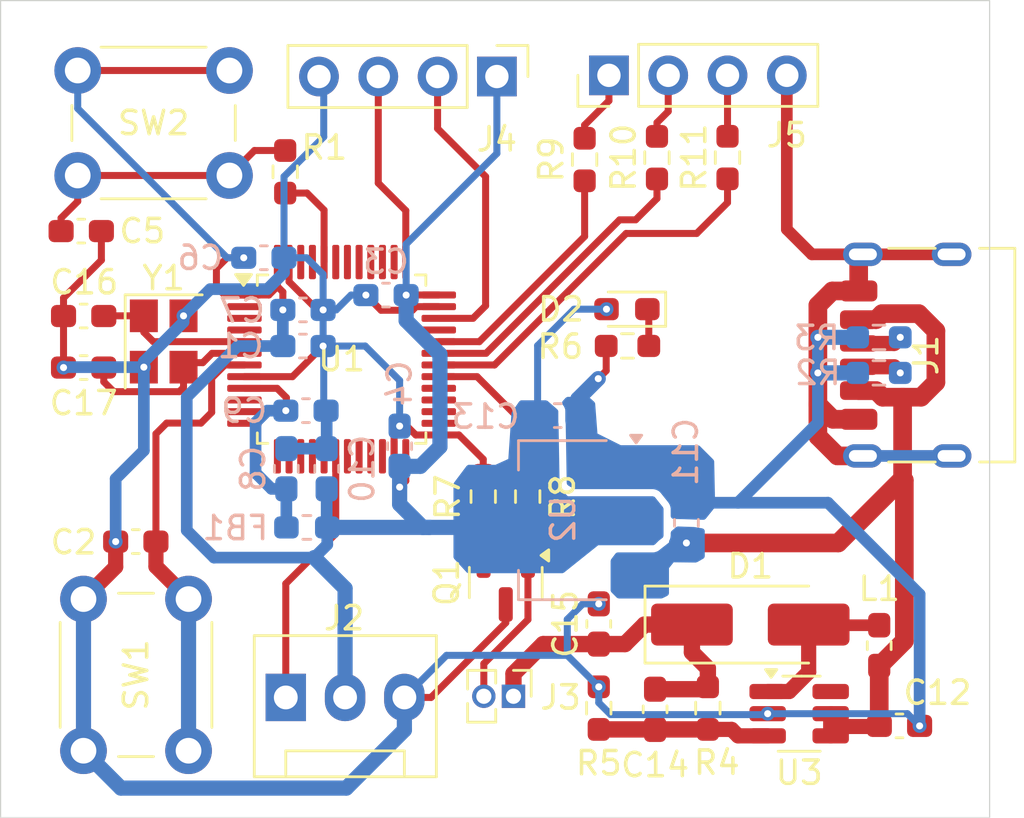
<source format=kicad_pcb>
(kicad_pcb (version 20240108) (generator "pcbnew") (generator_version "8.0")
  (layers (0 "F.Cu" signal) (31 "B.Cu" signal) (34 "B.Paste" user) (35 "F.Paste" user) (36 "B.SilkS" user "B.Silkscreen") (37 "F.SilkS" user "F.Silkscreen") (38 "B.Mask" user) (39 "F.Mask" user) (44 "Edge.Cuts" user))
  (net 0 "")
  (net 1 "GND")
  (net 2 "+3.3V")
  (net 3 "Net-(U1-NRST)")
  (net 4 "Net-(C5-Pad1)")
  (net 5 "+3.3VA")
  (net 6 "VBUS")
  (net 7 "Net-(U3-FB)")
  (net 8 "Net-(D1-K)")
  (net 9 "HSE_IN")
  (net 10 "HSE_OUT")
  (net 11 "Net-(D1-A)")
  (net 12 "Net-(D2-K)")
  (net 13 "Net-(J1-CC1)")
  (net 14 "Net-(J1-CC2)")
  (net 15 "WATER_LEVEL")
  (net 16 "Net-(J3-Pin_2)")
  (net 17 "SWDIO")
  (net 18 "SWCLK")
  (net 19 "Net-(J5-Pin_3)")
  (net 20 "Net-(J5-Pin_2)")
  (net 21 "Net-(J5-Pin_1)")
  (net 22 "Net-(Q1-G)")
  (net 23 "Net-(U1-BOOT0)")
  (net 24 "Water Atomizer")
  (net 25 "R")
  (net 26 "G")
  (net 27 "B")
  (footprint "Resistor_SMD:R_0603_1608Metric_Pad0.98x0.95mm_HandSolder" (layer "F.Cu") (at 155.0924 61.6185 90)
    (property "Reference" "R11")
    (property "Value" "200" (hide yes))
  )
  (footprint "Connector:FanPinHeader_1x03_P2.54mm_Vertical" (layer "F.Cu") (at 136.1694 84.7598)
    (property "Reference" "J2")
    (property "Value" "WaterLevel" (hide yes))
  )
  (footprint "Resistor_SMD:R_0603_1608Metric_Pad0.98x0.95mm_HandSolder" (layer "F.Cu") (at 152.0698 61.6227 90)
    (property "Reference" "R10")
    (property "Value" "200" (hide yes))
  )
  (footprint "Connector_PinHeader_2.54mm:PinHeader_1x04_P2.54mm_Vertical" (layer "F.Cu") (at 150.0124 58.094 90)
    (property "Reference" "J5")
    (property "Value" "RGB" (hide yes))
  )
  (footprint "Resistor_SMD:R_0603_1608Metric_Pad0.98x0.95mm_HandSolder" (layer "F.Cu") (at 154.2504 85.217 90)
    (property "Reference" "R4")
    (property "Value" "390k" (hide yes))
  )
  (footprint "Package_TO_SOT_SMD:SOT-23" (layer "F.Cu") (at 145.5928 79.8345 -90)
    (property "Reference" "Q1")
    (property "Value" "NMOS" (hide yes))
  )
  (footprint "Capacitor_SMD:C_0603_1608Metric_Pad1.08x0.95mm_HandSolder" (layer "F.Cu") (at 149.5768 81.6102 90)
    (property "Reference" "C15")
    (property "Value" "22u" (hide yes))
  )
  (footprint "Button_Switch_THT:SW_PUSH_6mm" (layer "F.Cu") (at 127.5038 87.0434 90)
    (property "Reference" "SW1")
    (property "Value" "SW_Push" (hide yes))
  )
  (footprint "Resistor_SMD:R_0603_1608Metric_Pad0.98x0.95mm_HandSolder" (layer "F.Cu") (at 149.5768 85.217 -90)
    (property "Reference" "R5")
    (property "Value" "10k" (hide yes))
  )
  (footprint "Package_TO_SOT_SMD:SOT-23-6_Handsoldering" (layer "F.Cu") (at 158.162 85.4558)
    (property "Reference" "U3")
    (property "Value" "MT3608" (hide yes))
  )
  (footprint "Button_Switch_THT:SW_PUSH_6mm" (layer "F.Cu") (at 127.2564 57.8866)
    (property "Reference" "SW2")
    (property "Value" "SW_Push" (hide yes))
  )
  (footprint "Resistor_SMD:R_0603_1608Metric_Pad0.98x0.95mm_HandSolder" (layer "F.Cu") (at 144.6276 76.1492 -90)
    (property "Reference" "R7")
    (property "Value" "10k" (hide yes))
  )
  (footprint "Resistor_SMD:R_0603_1608Metric_Pad0.98x0.95mm_HandSolder" (layer "F.Cu") (at 146.5326 76.1492 90)
    (property "Reference" "R8")
    (property "Value" "120" (hide yes))
  )
  (footprint "Connector_PinHeader_2.54mm:PinHeader_1x04_P2.54mm_Vertical" (layer "F.Cu") (at 145.2118 58.1448 -90)
    (property "Reference" "J4")
    (property "Value" "SWL" (hide yes))
  )
  (footprint "Crystal:Crystal_SMD_3225-4Pin_3.2x2.5mm" (layer "F.Cu") (at 130.939 69.5022 -90)
    (property "Reference" "Y1")
    (property "Value" "16MHz" (hide yes))
  )
  (footprint "Capacitor_SMD:C_0603_1608Metric_Pad1.08x0.95mm_HandSolder" (layer "F.Cu") (at 127.5111 70.6198 180)
    (property "Reference" "C17")
    (property "Value" "10p" (hide yes))
  )
  (footprint "Capacitor_SMD:C_0603_1608Metric_Pad1.08x0.95mm_HandSolder" (layer "F.Cu") (at 127.5111 68.41 180)
    (property "Reference" "C16")
    (property "Value" "10p" (hide yes))
  )
  (footprint "Capacitor_SMD:C_0603_1608Metric_Pad1.08x0.95mm_HandSolder" (layer "F.Cu") (at 129.7443 78.0796 180)
    (property "Reference" "C2")
    (property "Value" "0.1u" (hide yes))
  )
  (footprint "Diode_SMD:D_SMA_Handsoldering" (layer "F.Cu") (at 156.0684 81.6356)
    (property "Reference" "D1")
    (property "Value" "ss34" (hide yes))
  )
  (footprint "Capacitor_SMD:C_0603_1608Metric_Pad1.08x0.95mm_HandSolder" (layer "F.Cu") (at 127.4075 64.77)
    (property "Reference" "C5")
    (property "Value" "0.1u" (hide yes))
  )
  (footprint "Inductor_SMD:L_0603_1608Metric_Pad1.05x0.95mm_HandSolder" (layer "F.Cu") (at 161.591 82.5386 90)
    (property "Reference" "L1")
    (property "Value" "22u" (hide yes))
  )
  (footprint "Connector_USB:USB_C_Receptacle_HRO_TYPE-C-31-M-17" (layer "F.Cu") (at 163.8907 70.0866 90)
    (property "Reference" "J1")
    (property "Value" "USB_C_Receptacle_PowerOnly_6P" (hide yes))
  )
  (footprint "Capacitor_SMD:C_0603_1608Metric_Pad1.08x0.95mm_HandSolder" (layer "F.Cu") (at 151.9898 85.2689 -90)
    (property "Reference" "C14")
    (property "Value" "22u" (hide yes))
  )
  (footprint "Resistor_SMD:R_0603_1608Metric_Pad0.98x0.95mm_HandSolder" (layer "F.Cu") (at 136.144 62.2281 -90)
    (property "Reference" "R1")
    (property "Value" "10k" (hide yes))
  )
  (footprint "LED_SMD:LED_0603_1608Metric_Pad1.05x0.95mm_HandSolder" (layer "F.Cu") (at 150.7827 68.1171 180)
    (property "Reference" "D2")
    (property "Value" "LED" (hide yes))
  )
  (footprint "Capacitor_SMD:C_0603_1608Metric_Pad1.08x0.95mm_HandSolder" (layer "F.Cu") (at 162.4584 85.979)
    (property "Reference" "C12")
    (property "Value" "22u" (hide yes))
  )
  (footprint "Resistor_SMD:R_0603_1608Metric_Pad0.98x0.95mm_HandSolder" (layer "F.Cu") (at 150.8074 69.6919)
    (property "Reference" "R6")
    (property "Value" "1k5" (hide yes))
  )
  (footprint "Package_QFP:LQFP-48_7x7mm_P0.5mm" (layer "F.Cu") (at 138.5601 70.259)
    (property "Reference" "U1")
    (property "Value" "STM32F103C8Tx" (hide yes))
  )
  (footprint "Resistor_SMD:R_0603_1608Metric_Pad0.98x0.95mm_HandSolder" (layer "F.Cu") (at 148.971 61.7027 90)
    (property "Reference" "R9")
    (property "Value" "200" (hide yes))
  )
  (footprint "Connector_PinHeader_1.27mm:PinHeader_1x02_P1.27mm_Vertical" (layer "F.Cu") (at 145.923 84.709 -90)
    (property "Reference" "J3")
    (property "Value" "Water Atomizer" (hide yes))
  )
  (footprint "Capacitor_SMD:C_0603_1608Metric_Pad1.08x0.95mm_HandSolder" (layer "B.Cu") (at 135.2307 65.913)
    (property "Reference" "C6")
    (property "Value" "100n" (hide yes))
  )
  (footprint "Capacitor_SMD:C_0603_1608Metric_Pad1.08x0.95mm_HandSolder" (layer "B.Cu") (at 137.9209 74.9576 90)
    (property "Reference" "C10")
    (property "Value" "1u" (hide yes))
  )
  (footprint "Capacitor_SMD:C_0603_1608Metric_Pad1.08x0.95mm_HandSolder" (layer "B.Cu") (at 136.9049 69.6976)
    (property "Reference" "C1")
    (property "Value" "4u7" (hide yes))
  )
  (footprint "Capacitor_SMD:C_0603_1608Metric_Pad1.08x0.95mm_HandSolder" (layer "B.Cu") (at 153.331 77.2758 90)
    (property "Reference" "C11")
    (property "Value" "22u" (hide yes))
  )
  (footprint "Capacitor_SMD:C_0603_1608Metric_Pad1.08x0.95mm_HandSolder" (layer "B.Cu") (at 140.4631 67.5132 180)
    (property "Reference" "C3")
    (property "Value" "100n" (hide yes))
  )
  (footprint "Capacitor_SMD:C_0603_1608Metric_Pad1.08x0.95mm_HandSolder" (layer "B.Cu") (at 147.8192 72.6784)
    (property "Reference" "C13")
    (property "Value" "22u" (hide yes))
  )
  (footprint "Resistor_SMD:R_0603_1608Metric_Pad0.98x0.95mm_HandSolder" (layer "B.Cu") (at 161.5793 69.3246 180)
    (property "Reference" "R3")
    (property "Value" "5k1" (hide yes))
  )
  (footprint "Package_TO_SOT_SMD:SOT-223-3_TabPin2" (layer "B.Cu") (at 148.0478 77.1609 180)
    (property "Reference" "U2")
    (property "Value" "LD1117S33TR_SOT223" (hide yes))
  )
  (footprint "Capacitor_SMD:C_0603_1608Metric_Pad1.08x0.95mm_HandSolder" (layer "B.Cu") (at 137.033 72.4662)
    (property "Reference" "C9")
    (property "Value" "1u" (hide yes))
  )
  (footprint "Capacitor_SMD:C_0603_1608Metric_Pad1.08x0.95mm_HandSolder" (layer "B.Cu") (at 136.906 68.1482)
    (property "Reference" "C7")
    (property "Value" "100n" (hide yes))
  )
  (footprint "Resistor_SMD:R_0603_1608Metric_Pad0.98x0.95mm_HandSolder" (layer "B.Cu") (at 161.5793 70.8486 180)
    (property "Reference" "R2")
    (property "Value" "5k1" (hide yes))
  )
  (footprint "Capacitor_SMD:C_0603_1608Metric_Pad1.08x0.95mm_HandSolder" (layer "B.Cu") (at 136.1937 74.9565 90)
    (property "Reference" "C8")
    (property "Value" "10n" (hide yes))
  )
  (footprint "Capacitor_SMD:C_0603_1608Metric_Pad1.08x0.95mm_HandSolder" (layer "B.Cu") (at 141.0462 73.9902 90)
    (property "Reference" "C4")
    (property "Value" "100n" (hide yes))
  )
  (footprint "Inductor_SMD:L_0603_1608Metric_Pad1.05x0.95mm_HandSolder" (layer "B.Cu") (at 137.0713 77.4722)
    (property "Reference" "FB1")
    (property "Value" "120R @100MHz" (hide yes))
  )
  (gr_rect (start 123.952 54.8894) (end 166.3192 89.916) (stroke (width 0.05)) (fill none) (layer "Edge.Cuts"))
  (segment (start 128.27 66.0146) (end 128.27 64.77) (width 0.3) (layer "F.Cu") (net 1))
  (segment (start 128.8818 79.1654) (end 127.5038 80.5434) (width 0.65) (layer "F.Cu") (net 1))
  (segment (start 136.3101 66.0965) (end 136.3101 66.93712) (width 0.3) (layer "F.Cu") (net 1))
  (segment (start 141.73822 73.509) (end 143.5876 73.509) (width 0.3) (layer "F.Cu") (net 1))
  (segment (start 142.7226 68.009) (end 141.749039 68.009) (width 0.3) (layer "F.Cu") (net 1))
  (segment (start 128.8818 78.0796) (end 128.8818 79.1654) (width 0.65) (layer "F.Cu") (net 1))
  (segment (start 157.6324 64.6938) (end 158.7052 65.7666) (width 0.5) (layer "F.Cu") (net 1))
  (segment (start 157.6324 58.094) (end 157.6324 64.6938) (width 0.5) (layer "F.Cu") (net 1))
  (segment (start 140.8101 73.3638) (end 141.0462 73.1277) (width 0.3) (layer "F.Cu") (net 1))
  (segment (start 136.456 71.009) (end 137.7674 69.6976) (width 0.3) (layer "F.Cu") (net 1))
  (segment (start 140.2506 68.1632) (end 139.6006 67.5132) (width 0.3) (layer "F.Cu") (net 1))
  (segment (start 137.52118 68.1482) (end 137.7685 68.1482) (width 0.3) (layer "F.Cu") (net 1))
  (segment (start 159.6049 72.8366) (end 160.7107 72.8366) (width 0.8) (layer "F.Cu") (net 1))
  (segment (start 159.8025 74.4066) (end 160.8907 74.4066) (width 0.8) (layer "F.Cu") (net 1))
  (segment (start 143.5876 73.509) (end 144.6276 74.549) (width 0.3) (layer "F.Cu") (net 1))
  (segment (start 159.5795 67.3366) (end 158.9631 67.953) (width 0.8) (layer "F.Cu") (net 1))
  (segment (start 160.7107 67.3366) (end 160.7107 65.9466) (width 0.8) (layer "F.Cu") (net 1))
  (segment (start 160.7107 65.9466) (end 160.8907 65.7666) (width 0.8) (layer "F.Cu") (net 1))
  (segment (start 158.9631 72.1948) (end 158.9631 73.5672) (width 0.8) (layer "F.Cu") (net 1))
  (segment (start 145.5928 80.772) (end 145.5928 81.5594) (width 0.3) (layer "F.Cu") (net 1))
  (segment (start 144.6276 74.549) (end 144.6276 75.2367) (width 0.3) (layer "F.Cu") (net 1))
  (segment (start 149.8949 69.6919) (end 149.8949 70.7549) (width 0.3) (layer "F.Cu") (net 1))
  (segment (start 140.8101 74.4215) (end 140.8101 73.3638) (width 0.3) (layer "F.Cu") (net 1))
  (segment (start 141.749039 68.009) (end 141.594839 68.1632) (width 0.3) (layer "F.Cu") (net 1))
  (segment (start 158.9631 70.8486) (end 158.9631 72.1948) (width 0.8) (layer "F.Cu") (net 1))
  (segment (start 149.8949 70.7549) (end 149.5552 71.0946) (width 0.3) (layer "F.Cu") (net 1))
  (segment (start 160.8907 65.7666) (end 164.6907 65.7666) (width 0.5) (layer "F.Cu") (net 1))
  (segment (start 126.6486 68.41) (end 126.6486 70.6198) (width 0.3) (layer "F.Cu") (net 1))
  (segment (start 160.7107 67.3366) (end 159.5795 67.3366) (width 0.8) (layer "F.Cu") (net 1))
  (segment (start 141.35692 73.1277) (end 141.73822 73.509) (width 0.3) (layer "F.Cu") (net 1))
  (segment (start 126.6486 67.636) (end 128.27 66.0146) (width 0.3) (layer "F.Cu") (net 1))
  (segment (start 126.6486 68.41) (end 126.6486 67.636) (width 0.3) (layer "F.Cu") (net 1))
  (segment (start 158.7052 65.7666) (end 160.8907 65.7666) (width 0.5) (layer "F.Cu") (net 1))
  (segment (start 142.3924 84.7598) (end 141.2494 84.7598) (width 0.3) (layer "F.Cu") (net 1))
  (segment (start 134.3976 71.009) (end 136.456 71.009) (width 0.3) (layer "F.Cu") (net 1))
  (segment (start 158.9631 72.1948) (end 159.6049 72.8366) (width 0.8) (layer "F.Cu") (net 1))
  (segment (start 158.9631 67.953) (end 158.9631 70.8486) (width 0.8) (layer "F.Cu") (net 1))
  (segment (start 141.0462 73.1277) (end 141.35692 73.1277) (width 0.3) (layer "F.Cu") (net 1))
  (segment (start 158.9631 73.5672) (end 159.8025 74.4066) (width 0.8) (layer "F.Cu") (net 1))
  (segment (start 145.5928 81.5594) (end 142.3924 84.7598) (width 0.3) (layer "F.Cu") (net 1))
  (segment (start 136.3101 66.93712) (end 137.52118 68.1482) (width 0.3) (layer "F.Cu") (net 1))
  (segment (start 141.594839 68.1632) (end 140.2506 68.1632) (width 0.3) (layer "F.Cu") (net 1))
  (via (at 141.0462 73.1277) (size 0.6) (drill 0.3) (layers "F.Cu" "B.Cu") (net 1))
  (via (at 131.789 68.4022) (size 0.6) (drill 0.3) (layers "F.Cu" "B.Cu") (net 1))
  (via (at 149.5768 80.7477) (size 0.6) (drill 0.3) (layers "F.Cu" "B.Cu") (net 1))
  (via (at 149.5768 84.3045) (size 0.6) (drill 0.3) (layers "F.Cu" "B.Cu") (net 1))
  (via (at 137.7674 69.6976) (size 0.6) (drill 0.3) (layers "F.Cu" "B.Cu") (net 1))
  (via (at 158.9631 69.3246) (size 0.6) (drill 0.3) (layers "F.Cu" "B.Cu") (net 1))
  (via (at 126.6486 70.6198) (size 0.6) (drill 0.3) (layers "F.Cu" "B.Cu") (net 1))
  (via (at 163.3209 85.979) (size 0.6) (drill 0.3) (layers "F.Cu" "B.Cu") (net 1))
  (via (at 158.9631 70.8486) (size 0.6) (drill 0.3) (layers "F.Cu" "B.Cu") (net 1))
  (via (at 139.6006 67.5132) (size 0.6) (drill 0.3) (layers "F.Cu" "B.Cu") (net 1))
  (via (at 149.5552 71.0946) (size 0.6) (drill 0.3) (layers "F.Cu" "B.Cu") (net 1))
  (via (at 128.8818 78.0796) (size 0.6) (drill 0.3) (layers "F.Cu" "B.Cu") (net 1))
  (via (at 137.7685 68.1482) (size 0.6) (drill 0.3) (layers "F.Cu" "B.Cu") (net 1))
  (via (at 156.812 85.4558) (size 0.6) (drill 0.3) (layers "F.Cu" "B.Cu") (net 1))
  (via (at 130.089 70.6022) (size 0.6) (drill 0.3) (layers "F.Cu" "B.Cu") (net 1))
  (segment (start 130.089 70.6022) (end 130.089 74.1778) (width 0.5) (layer "B.Cu") (net 1))
  (segment (start 160.6668 70.8486) (end 158.9631 70.8486) (width 0.65) (layer "B.Cu") (net 1))
  (segment (start 149.5768 84.3045) (end 149.5768 84.9846) (width 0.3) (layer "B.Cu") (net 1))
  (segment (start 137.7685 69.6965) (end 137.7674 69.6976) (width 0.3) (layer "B.Cu") (net 1))
  (segment (start 149.5552 71.0946) (end 148.6817 71.9681) (width 0.65) (layer "B.Cu") (net 1))
  (segment (start 137.9198 74.094) (end 137.9209 74.0951) (width 0.5) (layer "B.Cu") (net 1))
  (segment (start 131.789 68.6678) (end 130.089 70.3678) (width 0.5) (layer "B.Cu") (net 1))
  (segment (start 131.789 68.4022) (end 131.789 68.6678) (width 0.5) (layer "B.Cu") (net 1))
  (segment (start 148.2287 82.9564) (end 148.2287 81.4127) (width 0.3) (layer "B.Cu") (net 1))
  (segment (start 137.795 60.7314) (end 136.0932 62.4332) (width 0.3) (layer "B.Cu") (net 1))
  (segment (start 130.089 70.6022) (end 126.6662 70.6022) (width 0.5) (layer "B.Cu") (net 1))
  (segment (start 156.812 85.4558) (end 162.7977 85.4558) (width 0.3) (layer "B.Cu") (net 1))
  (segment (start 137.7674 69.6976) (end 139.573 69.6976) (width 0.3) (layer "B.Cu") (net 1))
  (segment (start 148.2287 81.4127) (end 148.8937 80.7477) (width 0.3) (layer "B.Cu") (net 1))
  (segment (start 136.0932 62.4332) (end 136.0932 65.913) (width 0.3) (layer "B.Cu") (net 1))
  (segment (start 137.7674 69.6976) (end 137.795 69.7252) (width 0.3) (layer "B.Cu") (net 1))
  (segment (start 137.9209 74.0951) (end 137.9209 72.4916) (width 0.5) (layer "B.Cu") (net 1))
  (segment (start 137.7685 68.1482) (end 137.7685 69.6965) (width 0.3) (layer "B.Cu") (net 1))
  (segment (start 137.795 69.7252) (end 137.795 72.3657) (width 0.3) (layer "B.Cu") (net 1))
  (segment (start 137.5918 58.1448) (end 137.795 58.348) (width 0.3) (layer "B.Cu") (net 1))
  (segment (start 137.0584 65.913) (end 137.7685 66.6231) (width 0.3) (layer "B.Cu") (net 1))
  (segment (start 137.7685 66.6231) (end 137.7685 68.1482) (width 0.3) (layer "B.Cu") (net 1))
  (segment (start 156.7714 85.4964) (end 156.812 85.4558) (width 0.3) (layer "B.Cu") (net 1))
  (segment (start 158.9631 72.9897) (end 158.9631 70.8486) (width 0.5) (layer "B.Cu") (net 1))
  (segment (start 130.089 74.1778) (end 128.8818 75.385) (width 0.5) (layer "B.Cu") (net 1))
  (segment (start 136.0932 65.913) (end 137.0584 65.913) (width 0.3) (layer "B.Cu") (net 1))
  (segment (start 136.0932 66.548) (end 135.382 67.2592) (width 0.5) (layer "B.Cu") (net 1))
  (segment (start 153.331 76.4133) (end 155.5395 76.4133) (width 0.5) (layer "B.Cu") (net 1))
  (segment (start 126.6662 70.6022) (end 126.6486 70.6198) (width 0.5) (layer "B.Cu") (net 1))
  (segment (start 130.089 70.3678) (end 130.089 70.6022) (width 0.5) (layer "B.Cu") (net 1))
  (segment (start 148.2287 82.9564) (end 149.5768 84.3045) (width 0.3) (layer "B.Cu") (net 1))
  (segment (start 150.0886 85.4964) (end 156.7714 85.4964) (width 0.3) (layer "B.Cu") (net 1))
  (segment (start 159.3951 76.4133) (end 163.3209 80.3391) (width 0.5) (layer "B.Cu") (net 1))
  (segment (start 149.5768 84.9846) (end 150.0886 85.4964) (width 0.3) (layer "B.Cu") (net 1))
  (segment (start 155.5395 76.4133) (end 159.3951 76.4133) (width 0.5) (layer "B.Cu") (net 1))
  (segment (start 160.8907 74.4066) (end 164.6907 74.4066) (width 0.5) (layer "B.Cu") (net 1))
  (segment (start 132.932 67.2592) (end 131.789 68.4022) (width 0.5) (layer "B.Cu") (net 1))
  (segment (start 138.9634 67.5132) (end 139.6006 67.5132) (width 0.3) (layer "B.Cu") (net 1))
  (segment (start 138.7602 88.646) (end 141.2494 86.1568) (width 0.65) (layer "B.Cu") (net 1))
  (segment (start 127.5038 80.5434) (end 127.5038 87.0434) (width 0.65) (layer "B.Cu") (net 1))
  (segment (start 158.9631 70.8486) (end 158.9611 70.8466) (width 0.65) (layer "B.Cu") (net 1))
  (segment (start 160.6668 69.3246) (end 158.9631 69.3246) (width 0.65) (layer "B.Cu") (net 1))
  (segment (start 148.8937 80.7477) (end 149.5768 80.7477) (width 0.3) (layer "B.Cu") (net 1))
  (segment (start 158.9631 70.8486) (end 158.9631 69.3246) (width 0.5) (layer "B.Cu") (net 1))
  (segment (start 138.3284 68.1482) (end 138.9634 67.5132) (width 0.3) (layer "B.Cu") (net 1))
  (segment (start 126.674 70.5944) (end 126.6486 70.6198) (width 0.5) (layer "B.Cu") (net 1))
  (segment (start 155.5395 76.4133) (end 158.9631 72.9897) (width 0.5) (layer "B.Cu") (net 1))
  (segment (start 129.1064 88.646) (end 138.7602 88.646) (width 0.65) (layer "B.Cu") (net 1))
  (segment (start 128.8818 75.385) (end 128.8818 78.0796) (width 0.5) (layer "B.Cu") (net 1))
  (segment (start 137.795 58.348) (end 137.795 60.7314) (width 0.3) (layer "B.Cu") (net 1))
  (segment (start 127.5038 87.0434) (end 129.1064 88.646) (width 0.65) (layer "B.Cu") (net 1))
  (segment (start 162.7977 85.4558) (end 163.3209 85.979) (width 0.3) (layer "B.Cu") (net 1))
  (segment (start 163.3209 80.3391) (end 163.3209 85.979) (width 0.5) (layer "B.Cu") (net 1))
  (segment (start 143.0528 82.9564) (end 148.2287 82.9564) (width 0.3) (layer "B.Cu") (net 1))
  (segment (start 139.573 69.6976) (end 141.0462 71.1708) (width 0.3) (layer "B.Cu") (net 1))
  (segment (start 141.2494 84.7598) (end 143.0528 82.9564) (width 0.3) (layer "B.Cu") (net 1))
  (segment (start 136.0932 65.913) (end 136.0932 66.548) (width 0.5) (layer "B.Cu") (net 1))
  (segment (start 148.6817 71.9681) (end 148.6817 72.6784) (width 0.65) (layer "B.Cu") (net 1))
  (segment (start 141.0462 71.1708) (end 141.0462 73.1277) (width 0.3) (layer "B.Cu") (net 1))
  (segment (start 135.382 67.2592) (end 132.932 67.2592) (width 0.5) (layer "B.Cu") (net 1))
  (segment (start 137.7685 68.1482) (end 138.3284 68.1482) (width 0.3) (layer "B.Cu") (net 1))
  (segment (start 136.1937 74.094) (end 137.9198 74.094) (width 0.5) (layer "B.Cu") (net 1))
  (segment (start 141.2494 86.1568) (end 141.2494 84.7598) (width 0.65) (layer "B.Cu") (net 1))
  (segment (start 137.795 72.3657) (end 137.8955 72.4662) (width 0.3) (layer "B.Cu") (net 1))
  (segment (start 137.9209 72.4916) (end 137.8955 72.4662) (width 0.5) (layer "B.Cu") (net 1))
  (segment (start 127.2564 57.8866) (end 133.7564 57.8866) (width 0.3) (layer "F.Cu") (net 2))
  (segment (start 141.3298 67.509) (end 141.3256 67.5132) (width 0.3) (layer "F.Cu") (net 2))
  (segment (start 133.6548 65.913) (end 134.3682 65.913) (width 0.3) (layer "F.Cu") (net 2))
  (segment (start 133.549 67.509) (end 133.1976 67.1576) (width 0.3) (layer "F.Cu") (net 2))
  (segment (start 134.3976 67.509) (end 133.549 67.509) (width 0.3) (layer "F.Cu") (net 2))
  (segment (start 142.7226 67.509) (end 141.3298 67.509) (width 0.3) (layer "F.Cu") (net 2))
  (segment (start 141.3101 75.4789) (end 141.0462 75.7428) (width 0.3) (layer "F.Cu") (net 2))
  (segment (start 136.0435 67.377626) (end 136.0435 68.1482) (width 0.3) (layer "F.Cu") (net 2))
  (segment (start 135.8101 66.0965) (end 135.8101 67.144226) (width 0.3) (layer "F.Cu") (net 2))
  (segment (start 135.445326 67.509) (end 135.8101 67.144226) (width 0.3) (layer "F.Cu") (net 2))
  (segment (start 133.1976 66.3702) (end 133.6548 65.913) (width 0.3) (layer "F.Cu") (net 2))
  (segment (start 135.8101 67.144226) (end 136.0435 67.377626) (width 0.3) (layer "F.Cu") (net 2))
  (segment (start 133.1976 67.1576) (end 133.1976 66.3702) (width 0.3) (layer "F.Cu") (net 2))
  (segment (start 134.3976 67.509) (end 135.445326 67.509) (width 0.3) (layer "F.Cu") (net 2))
  (segment (start 141.3101 74.4215) (end 141.3101 75.4789) (width 0.3) (layer "F.Cu") (net 2))
  (via (at 134.3682 65.913) (size 0.6) (drill 0.3) (layers "F.Cu" "B.Cu") (net 2))
  (via (at 141.3256 67.5132) (size 0.6) (drill 0.3) (layers "F.Cu" "B.Cu") (net 2))
  (via (at 136.0435 68.1482) (size 0.6) (drill 0.3) (layers "F.Cu" "B.Cu") (net 2))
  (via (at 149.9077 68.1171) (size 0.6) (drill 0.3) (layers "F.Cu" "B.Cu") (net 2))
  (via (at 141.0462 75.7428) (size 0.6) (drill 0.3) (layers "F.Cu" "B.Cu") (net 2))
  (segment (start 141.3256 67.5132) (end 141.3256 65.3288) (width 0.3) (layer "B.Cu") (net 2))
  (segment (start 148.5195 68.1171) (end 149.9077 68.1171) (width 0.3) (layer "B.Cu") (net 2))
  (segment (start 134.112 69.6976) (end 136.0424 69.6976) (width 0.5) (layer "B.Cu") (net 2))
  (segment (start 141.0462 76.4794) (end 142.0368 77.47) (width 0.65) (layer "B.Cu") (net 2))
  (segment (start 137.9209 77.4468) (end 137.9463 77.4722) (width 0.5) (layer "B.Cu") (net 2))
  (segment (start 142.7734 70.0532) (end 141.3256 68.6054) (width 0.65) (layer "B.Cu") (net 2))
  (segment (start 141.0462 74.8527) (end 141.0462 75.7428) (width 0.65) (layer "B.Cu") (net 2))
  (segment (start 127.2564 59.5146) (end 127.2564 57.8866) (width 0.3) (layer "B.Cu") (net 2))
  (segment (start 141.9363 74.8527) (end 142.7734 74.0156) (width 0.65) (layer "B.Cu") (net 2))
  (segment (start 144.5887 77.47) (end 142.3162 77.47) (width 0.65) (layer "B.Cu") (net 2))
  (segment (start 131.9276 71.882) (end 134.112 69.6976) (width 0.5) (layer "B.Cu") (net 2))
  (segment (start 133.096 78.7654) (end 131.9276 77.597) (width 0.5) (layer "B.Cu") (net 2))
  (segment (start 138.7094 84.7598) (end 138.7094 80.0862) (width 0.65) (layer "B.Cu") (net 2))
  (segment (start 141.0462 75.7428) (end 141.0462 76.4794) (width 0.65) (layer "B.Cu") (net 2))
  (segment (start 142.0368 77.47) (end 142.3162 77.47) (width 0.65) (layer "B.Cu") (net 2))
  (segment (start 137.9485 77.47) (end 137.9463 77.4722) (width 0.65) (layer "B.Cu") (net 2))
  (segment (start 141.0462 74.8527) (end 141.9363 74.8527) (width 0.65) (layer "B.Cu") (net 2))
  (segment (start 146.9567 69.6799) (end 148.5195 68.1171) (width 0.3) (layer "B.Cu") (net 2))
  (segment (start 136.0424 69.6976) (end 136.0424 68.1493) (width 0.5) (layer "B.Cu") (net 2))
  (segment (start 137.9463 78.2077) (end 137.3886 78.7654) (width 0.5) (layer "B.Cu") (net 2))
  (segment (start 142.7734 74.0156) (end 142.7734 70.0532) (width 0.65) (layer "B.Cu") (net 2))
  (segment (start 142.3162 77.47) (end 137.9485 77.47) (width 0.65) (layer "B.Cu") (net 2))
  (segment (start 144.8978 77.1609) (end 144.5887 77.47) (width 0.65) (layer "B.Cu") (net 2))
  (segment (start 137.9209 75.8201) (end 137.9209 77.4468) (width 0.5) (layer "B.Cu") (net 2))
  (segment (start 133.6548 65.913) (end 127.2564 59.5146) (width 0.3) (layer "B.Cu") (net 2))
  (segment (start 136.0424 68.1493) (end 136.0435 68.1482) (width 0.5) (layer "B.Cu") (net 2))
  (segment (start 138.7094 80.0862) (end 137.3886 78.7654) (width 0.65) (layer "B.Cu") (net 2))
  (segment (start 141.3256 65.3288) (end 145.2118 61.4426) (width 0.3) (layer "B.Cu") (net 2))
  (segment (start 134.3682 65.913) (end 133.6548 65.913) (width 0.3) (layer "B.Cu") (net 2))
  (segment (start 137.9463 77.4722) (end 137.9463 78.2077) (width 0.5) (layer "B.Cu") (net 2))
  (segment (start 137.3886 78.7654) (end 133.096 78.7654) (width 0.5) (layer "B.Cu") (net 2))
  (segment (start 141.3256 68.6054) (end 141.3256 67.5132) (width 0.65) (layer "B.Cu") (net 2))
  (segment (start 146.9567 72.6784) (end 146.9567 69.6799) (width 0.3) (layer "B.Cu") (net 2))
  (segment (start 131.9276 77.597) (end 131.9276 71.882) (width 0.5) (layer "B.Cu") (net 2))
  (segment (start 145.2118 61.4426) (end 145.2118 58.1448) (width 0.3) (layer "B.Cu") (net 2))
  (segment (start 130.6068 73.45918) (end 130.6068 78.0796) (width 0.3) (layer "F.Cu") (net 3))
  (segment (start 133.55698 70.509) (end 132.9944 71.07158) (width 0.3) (layer "F.Cu") (net 3))
  (segment (start 130.6068 79.1464) (end 132.0038 80.5434) (width 0.65) (layer "F.Cu") (net 3))
  (segment (start 131.06638 72.9996) (end 130.6068 73.45918) (width 0.3) (layer "F.Cu") (net 3))
  (segment (start 134.3976 70.509) (end 133.55698 70.509) (width 0.3) (layer "F.Cu") (net 3))
  (segment (start 132.5372 72.9996) (end 132.9944 72.5424) (width 0.3) (layer "F.Cu") (net 3))
  (segment (start 130.6068 78.0796) (end 130.6068 79.1464) (width 0.65) (layer "F.Cu") (net 3))
  (segment (start 132.9944 71.07158) (end 132.9944 72.5424) (width 0.3) (layer "F.Cu") (net 3))
  (segment (start 131.06638 72.9996) (end 132.5372 72.9996) (width 0.3) (layer "F.Cu") (net 3))
  (segment (start 132.0038 80.5434) (end 132.0038 87.0434) (width 0.65) (layer "B.Cu") (net 3))
  (segment (start 133.7564 62.3866) (end 134.8274 61.3156) (width 0.3) (layer "F.Cu") (net 4))
  (segment (start 134.8274 61.3156) (end 136.144 61.3156) (width 0.3) (layer "F.Cu") (net 4))
  (segment (start 127.2564 63.4976) (end 127.2564 62.3866) (width 0.3) (layer "F.Cu") (net 4))
  (segment (start 126.545 64.77) (end 126.5428 64.7678) (width 0.3) (layer "F.Cu") (net 4))
  (segment (start 126.5428 64.2112) (end 127.2564 63.4976) (width 0.3) (layer "F.Cu") (net 4))
  (segment (start 126.5428 64.7678) (end 126.5428 64.2112) (width 0.3) (layer "F.Cu") (net 4))
  (segment (start 127.2564 62.3866) (end 133.7564 62.3866) (width 0.3) (layer "F.Cu") (net 4))
  (segment (start 135.7964 71.509) (end 136.1948 71.9074) (width 0.3) (layer "F.Cu") (net 5))
  (segment (start 136.1948 72.4419) (end 136.1705 72.4662) (width 0.3) (layer "F.Cu") (net 5))
  (segment (start 136.1948 71.9074) (end 136.1948 72.4419) (width 0.3) (layer "F.Cu") (net 5))
  (segment (start 134.3976 71.509) (end 135.7964 71.509) (width 0.3) (layer "F.Cu") (net 5))
  (via (at 136.1705 72.4662) (size 0.6) (drill 0.3) (layers "F.Cu" "B.Cu") (net 5))
  (segment (start 136.1937 75.819) (end 135.5598 75.819) (width 0.5) (layer "B.Cu") (net 5))
  (segment (start 135.5598 75.819) (end 134.874 75.1332) (width 0.5) (layer "B.Cu") (net 5))
  (segment (start 136.1937 75.819) (end 136.1937 77.4696) (width 0.5) (layer "B.Cu") (net 5))
  (segment (start 134.874 75.1332) (end 134.874 72.9742) (width 0.5) (layer "B.Cu") (net 5))
  (segment (start 134.874 72.9742) (end 135.382 72.4662) (width 0.5) (layer "B.Cu") (net 5))
  (segment (start 135.382 72.4662) (end 136.1705 72.4662) (width 0.5) (layer "B.Cu") (net 5))
  (segment (start 136.1937 77.4696) (end 136.1963 77.4722) (width 0.5) (layer "B.Cu") (net 5))
  (segment (start 153.331 78.1383) (end 159.8343 78.1383) (width 0.8) (layer "F.Cu") (net 6))
  (segment (start 159.512 85.4558) (end 160.0606 86.0044) (width 0.65) (layer "F.Cu") (net 6))
  (segment (start 160.7107 68.5666) (end 161.45366 68.5666) (width 0.8) (layer "F.Cu") (net 6))
  (segment (start 162.666 75.4536) (end 162.666 82.3386) (width 0.8) (layer "F.Cu") (net 6))
  (segment (start 161.591 83.4136) (end 161.591 85.9741) (width 0.8) (layer "F.Cu") (net 6))
  (segment (start 161.591 85.9741) (end 161.5959 85.979) (width 0.8) (layer "F.Cu") (net 6))
  (segment (start 161.5705 86.0044) (end 161.5959 85.979) (width 0.65) (layer "F.Cu") (net 6))
  (segment (start 162.5925 75.3801) (end 162.666 75.4536) (width 0.8) (layer "F.Cu") (net 6))
  (segment (start 164.0177 71.255) (end 163.3827 71.89) (width 0.8) (layer "F.Cu") (net 6))
  (segment (start 163.3827 71.89) (end 162.5925 71.89) (width 0.8) (layer "F.Cu") (net 6))
  (segment (start 163.2811 68.3086) (end 164.0177 69.0452) (width 0.8) (layer "F.Cu") (net 6))
  (segment (start 161.73706 71.89) (end 161.45366 71.6066) (width 0.8) (layer "F.Cu") (net 6))
  (segment (start 159.8343 78.1383) (end 162.5925 75.3801) (width 0.8) (layer "F.Cu") (net 6))
  (segment (start 160.0606 86.0044) (end 161.5705 86.0044) (width 0.65) (layer "F.Cu") (net 6))
  (segment (start 164.0177 69.0452) (end 164.0177 71.255) (width 0.8) (layer "F.Cu") (net 6))
  (segment (start 161.45366 71.6066) (end 160.7107 71.6066) (width 0.8) (layer "F.Cu") (net 6))
  (segment (start 162.666 82.3386) (end 161.591 83.4136) (width 0.8) (layer "F.Cu") (net 6))
  (segment (start 162.5925 71.89) (end 161.73706 71.89) (width 0.8) (layer "F.Cu") (net 6))
  (segment (start 159.512 85.4558) (end 159.512 86.4058) (width 0.65) (layer "F.Cu") (net 6))
  (segment (start 162.5925 75.3801) (end 162.5925 71.89) (width 0.8) (layer "F.Cu") (net 6))
  (segment (start 161.71166 68.3086) (end 163.2811 68.3086) (width 0.8) (layer "F.Cu") (net 6))
  (segment (start 161.45366 68.5666) (end 161.71166 68.3086) (width 0.8) (layer "F.Cu") (net 6))
  (via (at 153.331 78.1383) (size 0.6) (drill 0.3) (layers "F.Cu" "B.Cu") (net 6))
  (segment (start 156.812 86.4058) (end 155.5446 86.4058) (width 0.65) (layer "F.Cu") (net 7))
  (segment (start 155.5446 86.4058) (end 155.2683 86.1295) (width 0.65) (layer "F.Cu") (net 7))
  (segment (start 151.9917 86.1295) (end 151.9898 86.1314) (width 0.7) (layer "F.Cu") (net 7))
  (segment (start 151.9879 86.1295) (end 151.9898 86.1314) (width 0.7) (layer "F.Cu") (net 7))
  (segment (start 154.2504 86.1295) (end 151.9917 86.1295) (width 0.7) (layer "F.Cu") (net 7))
  (segment (start 155.2683 86.1295) (end 154.2504 86.1295) (width 0.65) (layer "F.Cu") (net 7))
  (segment (start 149.5768 86.1295) (end 151.9879 86.1295) (width 0.7) (layer "F.Cu") (net 7))
  (segment (start 149.5768 82.4727) (end 147.1941 82.4727) (width 0.7) (layer "F.Cu") (net 8))
  (segment (start 153.5684 81.6356) (end 151.5364 81.6356) (width 0.7) (layer "F.Cu") (net 8))
  (segment (start 154.2504 83.5114) (end 153.5684 82.8294) (width 0.7) (layer "F.Cu") (net 8))
  (segment (start 145.923 83.7438) (end 145.923 84.709) (width 0.7) (layer "F.Cu") (net 8))
  (segment (start 151.9898 84.4064) (end 154.1485 84.4064) (width 0.7) (layer "F.Cu") (net 8))
  (segment (start 150.6993 82.4727) (end 149.5768 82.4727) (width 0.7) (layer "F.Cu") (net 8))
  (segment (start 151.5364 81.6356) (end 150.6993 82.4727) (width 0.7) (layer "F.Cu") (net 8))
  (segment (start 147.1941 82.4727) (end 145.923 83.7438) (width 0.7) (layer "F.Cu") (net 8))
  (segment (start 154.1485 84.4064) (end 154.2504 84.3045) (width 0.7) (layer "F.Cu") (net 8))
  (segment (start 153.5684 82.8294) (end 153.5684 81.6356) (width 0.7) (layer "F.Cu") (net 8))
  (segment (start 154.2504 84.3045) (end 154.2504 83.5114) (width 0.7) (layer "F.Cu") (net 8))
  (segment (start 130.089 68.4022) (end 130.089 69.1036) (width 0.3) (layer "F.Cu") (net 9))
  (segment (start 130.089 68.4022) (end 128.3814 68.4022) (width 0.3) (layer "F.Cu") (net 9))
  (segment (start 130.4944 69.509) (end 134.3976 69.509) (width 0.3) (layer "F.Cu") (net 9))
  (segment (start 130.089 69.1036) (end 130.4944 69.509) (width 0.3) (layer "F.Cu") (net 9))
  (segment (start 128.3814 68.4022) (end 128.3736 68.41) (width 0.3) (layer "F.Cu") (net 9))
  (segment (start 133.0132 70.009) (end 134.3976 70.009) (width 0.3) (layer "F.Cu") (net 10))
  (segment (start 131.6084 71.6522) (end 128.7964 71.6522) (width 0.3) (layer "F.Cu") (net 10))
  (segment (start 128.7964 71.6522) (end 128.3736 71.2294) (width 0.3) (layer "F.Cu") (net 10))
  (segment (start 131.9824 70.4088) (end 132.6134 70.4088) (width 0.3) (layer "F.Cu") (net 10))
  (segment (start 131.789 70.6022) (end 131.789 71.4716) (width 0.3) (layer "F.Cu") (net 10))
  (segment (start 128.3736 71.2294) (end 128.3736 70.6198) (width 0.3) (layer "F.Cu") (net 10))
  (segment (start 131.789 71.4716) (end 131.6084 71.6522) (width 0.3) (layer "F.Cu") (net 10))
  (segment (start 132.6134 70.4088) (end 133.0132 70.009) (width 0.3) (layer "F.Cu") (net 10))
  (segment (start 131.789 70.6022) (end 131.9824 70.4088) (width 0.3) (layer "F.Cu") (net 10))
  (segment (start 156.812 84.5058) (end 157.734 84.5058) (width 0.65) (layer "F.Cu") (net 11))
  (segment (start 158.5684 83.6714) (end 158.5684 81.6356) (width 0.65) (layer "F.Cu") (net 11))
  (segment (start 158.5964 81.6636) (end 158.5684 81.6356) (width 0.5) (layer "F.Cu") (net 11))
  (segment (start 161.591 81.6636) (end 158.5964 81.6636) (width 0.5) (layer "F.Cu") (net 11))
  (segment (start 157.734 84.5058) (end 158.5684 83.6714) (width 0.65) (layer "F.Cu") (net 11))
  (segment (start 151.7199 68.1793) (end 151.6577 68.1171) (width 0.3) (layer "F.Cu") (net 12))
  (segment (start 151.7199 69.6919) (end 151.7199 68.1793) (width 0.3) (layer "F.Cu") (net 12))
  (segment (start 162.2298 70.5866) (end 162.4918 70.8486) (width 0.65) (layer "F.Cu") (net 13))
  (segment (start 160.7107 70.5866) (end 162.2298 70.5866) (width 0.65) (layer "F.Cu") (net 13))
  (via (at 162.4918 70.8486) (size 0.6) (drill 0.3) (layers "F.Cu" "B.Cu") (net 13))
  (segment (start 160.7107 69.5866) (end 162.2298 69.5866) (width 0.65) (layer "F.Cu") (net 14))
  (segment (start 162.2298 69.5866) (end 162.4918 69.3246) (width 0.65) (layer "F.Cu") (net 14))
  (via (at 162.4918 69.3246) (size 0.6) (drill 0.3) (layers "F.Cu" "B.Cu") (net 14))
  (segment (start 138.3101 74.4215) (end 138.3101 77.7423) (width 0.3) (layer "F.Cu") (net 15))
  (segment (start 136.1694 79.883) (end 136.1694 84.7598) (width 0.3) (layer "F.Cu") (net 15))
  (segment (start 138.3101 77.7423) (end 136.1694 79.883) (width 0.3) (layer "F.Cu") (net 15))
  (segment (start 144.653 83.312) (end 144.653 84.709) (width 0.3) (layer "F.Cu") (net 16))
  (segment (start 146.5428 78.897) (end 146.5428 81.4222) (width 0.3) (layer "F.Cu") (net 16))
  (segment (start 146.5428 81.4222) (end 144.653 83.312) (width 0.3) (layer "F.Cu") (net 16))
  (segment (start 142.6718 60.3758) (end 142.6718 58.1448) (width 0.3) (layer "F.Cu") (net 17))
  (segment (start 144.7292 62.4332) (end 142.6718 60.3758) (width 0.3) (layer "F.Cu") (net 17))
  (segment (start 142.7226 68.509) (end 144.1906 68.509) (width 0.3) (layer "F.Cu") (net 17))
  (segment (start 144.7292 67.9704) (end 144.7292 62.4332) (width 0.3) (layer "F.Cu") (net 17))
  (segment (start 144.1906 68.509) (end 144.7292 67.9704) (width 0.3) (layer "F.Cu") (net 17))
  (segment (start 140.1318 62.7126) (end 140.1318 58.1448) (width 0.3) (layer "F.Cu") (net 18))
  (segment (start 141.3101 63.8909) (end 140.1318 62.7126) (width 0.3) (layer "F.Cu") (net 18))
  (segment (start 141.3101 66.0965) (end 141.3101 63.8909) (width 0.3) (layer "F.Cu") (net 18))
  (segment (start 155.0924 60.706) (end 155.0924 58.094) (width 0.3) (layer "F.Cu") (net 19))
  (segment (start 152.0698 60.1218) (end 152.5524 59.6392) (width 0.3) (layer "F.Cu") (net 20))
  (segment (start 152.0698 60.7102) (end 152.0698 60.1218) (width 0.3) (layer "F.Cu") (net 20))
  (segment (start 152.5524 59.6392) (end 152.5524 58.094) (width 0.3) (layer "F.Cu") (net 20))
  (segment (start 148.971 60.7902) (end 148.971 60.2234) (width 0.3) (layer "F.Cu") (net 21))
  (segment (start 148.971 60.2234) (end 150.0124 59.182) (width 0.3) (layer "F.Cu") (net 21))
  (segment (start 150.0124 59.182) (end 150.0124 58.094) (width 0.3) (layer "F.Cu") (net 21))
  (segment (start 144.6276 78.8818) (end 144.6428 78.897) (width 0.3) (layer "F.Cu") (net 22))
  (segment (start 144.6276 77.0617) (end 144.6276 78.8818) (width 0.3) (layer "F.Cu") (net 22))
  (segment (start 146.5326 77.0617) (end 144.6276 77.0617) (width 0.3) (layer "F.Cu") (net 22))
  (segment (start 137.08 63.1406) (end 137.8101 63.8707) (width 0.3) (layer "F.Cu") (net 23))
  (segment (start 136.144 63.1406) (end 137.08 63.1406) (width 0.3) (layer "F.Cu") (net 23))
  (segment (start 137.8101 63.8707) (end 137.8101 66.0965) (width 0.3) (layer "F.Cu") (net 23))
  (segment (start 146.5326 73.1774) (end 146.5326 75.2367) (width 0.3) (layer "F.Cu") (net 24))
  (segment (start 144.3642 71.009) (end 146.5326 73.1774) (width 0.3) (layer "F.Cu") (net 24))
  (segment (start 142.7226 71.009) (end 144.3642 71.009) (width 0.3) (layer "F.Cu") (net 24))
  (segment (start 144.4606 69.509) (end 142.7226 69.509) (width 0.3) (layer "F.Cu") (net 25))
  (segment (start 148.971 64.9986) (end 144.4606 69.509) (width 0.3) (layer "F.Cu") (net 25))
  (segment (start 148.971 62.6152) (end 148.971 64.9986) (width 0.3) (layer "F.Cu") (net 25))
  (segment (start 151.1554 64.2874) (end 152.0698 63.373) (width 0.3) (layer "F.Cu") (net 26))
  (segment (start 144.748 70.009) (end 150.4696 64.2874) (width 0.3) (layer "F.Cu") (net 26))
  (segment (start 150.4696 64.2874) (end 151.1554 64.2874) (width 0.3) (layer "F.Cu") (net 26))
  (segment (start 152.0698 63.373) (end 152.0698 62.5352) (width 0.3) (layer "F.Cu") (net 26))
  (segment (start 142.7226 70.009) (end 144.748 70.009) (width 0.3) (layer "F.Cu") (net 26))
  (segment (start 142.7226 70.509) (end 145.1116 70.509) (width 0.3) (layer "F.Cu") (net 27))
  (segment (start 155.0924 63.5508) (end 155.0924 62.531) (width 0.3) (layer "F.Cu") (net 27))
  (segment (start 145.1116 70.509) (end 150.749 64.8716) (width 0.3) (layer "F.Cu") (net 27))
  (segment (start 150.749 64.8716) (end 153.7716 64.8716) (width 0.3) (layer "F.Cu") (net 27))
  (segment (start 153.7716 64.8716) (end 155.0924 63.5508) (width 0.3) (layer "F.Cu") (net 27))
  (zone (net 6) (net_name "VBUS") (layer "B.Cu") (priority 2) (connect_pads yes (clearance 0.3)) (min_thickness 0.25) (fill yes (thermal_gap 0.5) (thermal_bridge_width 0.5))
    (polygon (pts (xy 154.1184 78.7744) (xy 153.7628 78.9776) (xy 152.7844 78.968) (xy 152.5844 79.218) (xy 152.5844 80.368) (xy 152.2844 80.518) (xy 150.3844 80.518) (xy 150.0844 80.218) (xy 150.0844 78.868) (xy 150.3844 78.468) (xy 152.1344 78.468) (xy 152.5844 78.118) (xy 152.5844 77.718) (xy 152.9246 77.4282) (xy 153.6612 77.4536) (xy 154.1184 77.5298)))
  )
  (zone (net 2) (net_name "+3.3V") (layer "B.Cu") (priority 3) (connect_pads yes (clearance 0.3)) (min_thickness 0.25) (fill yes (thermal_gap 0.5) (thermal_bridge_width 0.5))
    (polygon (pts (xy 152.1522 78.0366) (xy 151.9522 78.2366) (xy 149.5522 78.2366) (xy 148.0522 79.4366) (xy 143.9522 79.4366) (xy 143.3522 78.7866) (xy 143.3522 75.5866) (xy 143.9522 74.7866) (xy 145.1522 74.7866) (xy 145.7022 74.5366) (xy 145.838 72.5514) (xy 146.2022 72.0232) (xy 147.3522 72.0232) (xy 147.8446 72.4498) (xy 147.9022 75.7866) (xy 148.2522 76.1366) (xy 151.9522 76.1366) (xy 152.3522 76.6366) (xy 152.3522 77.8866)))
  )
  (zone (net 1) (net_name "GND") (layer "B.Cu") (priority 1) (connect_pads yes (clearance 0.3)) (min_thickness 0.25) (fill yes (thermal_gap 0.508) (thermal_bridge_width 0.508))
    (polygon (pts (xy 151.971 76.0484) (xy 152.471 77.0984) (xy 154.121 77.1484) (xy 154.564003 76.5984) (xy 154.521 74.5984) (xy 153.871 73.9484) (xy 150.521 73.9484) (xy 149.521 73.4484) (xy 149.4194 72.1196) (xy 149.1448 71.8756) (xy 148.1948 71.8756) (xy 147.997 72.0942) (xy 147.971 75.4984) (xy 148.971 76.0984)))
  )
)
</source>
